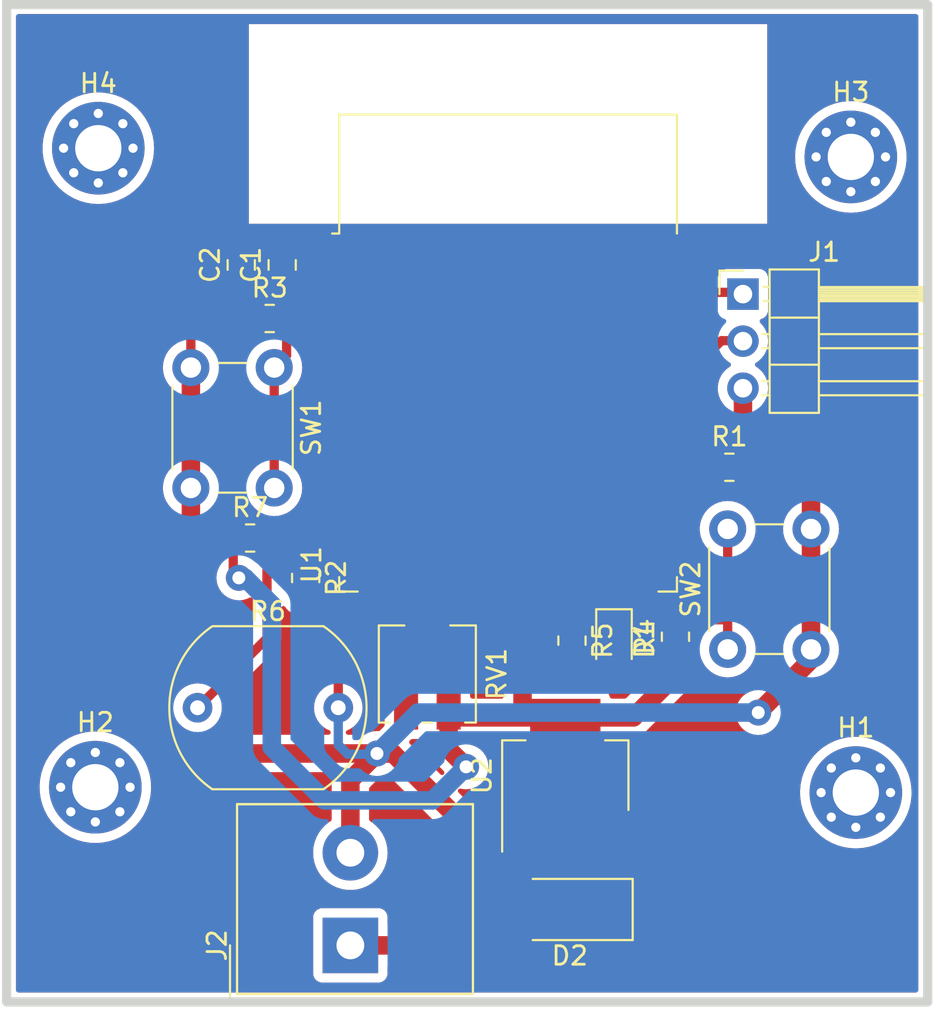
<source format=kicad_pcb>
(kicad_pcb (version 20211014) (generator pcbnew)
  (title_block (title "KiCAD Example") (date "2022-12-14") (rev "v0.0") (company "PT Mencari Cinta Sejati by Achmadi ST MT"))
  (layers (0 "F.Cu" signal) (31 "B.Cu" signal) (34 "B.Paste" user) (35 "F.Paste" user) (36 "B.SilkS" user "B.Silkscreen") (37 "F.SilkS" user "F.Silkscreen") (38 "B.Mask" user) (39 "F.Mask" user) (44 "Edge.Cuts" user))
  (net 0 "")
  (net 1 "VDD")
  (net 2 "GND")
  (net 3 "LED")
  (net 4 "Net-(D1-Pad2)")
  (net 5 "Net-(D2-Pad1)")
  (net 6 "Net-(D2-Pad2)")
  (net 7 "TX0")
  (net 8 "RX0")
  (net 9 "Net-(R1-Pad1)")
  (net 10 "Net-(R2-Pad1)")
  (net 11 "RESET")
  (net 12 "FLASH")
  (net 13 "ADC2_CH6")
  (net 14 "ADC2_CH4")
  (footprint "Resistor_SMD:R_0805_2012Metric" (layer "F.Cu") (at 90.13 62.3125 -90)
    (fp_text reference "R2" (at 0 -1.65 90) (layer "F.SilkS"))
    (fp_text value "0")
    (fp_line (start -0.227064 0.735) (end 0.227064 0.735) (layer "F.SilkS") (width 0.12))
    (fp_line (start -0.227064 -0.735) (end 0.227064 -0.735) (layer "F.SilkS") (width 0.12))
    (pad "1" smd roundrect (at -0.9125 0 270) (size 1.025 1.4) (layers "F.Cu" "F.Paste" "F.Mask") (roundrect_rratio 0.243902439) (net 10 "Net-(R2-Pad1)"))
    (pad "2" smd roundrect (at 0.9125 0 270) (size 1.025 1.4) (layers "F.Cu" "F.Paste" "F.Mask") (roundrect_rratio 0.243902439) (net 2 "GND"))
  )
  (footprint "MountingHole:MountingHole_2.5mm_Pad_Via" (layer "F.Cu") (at 78.77 73.605)
    (fp_text reference "H2" (at 0 -3.5) (layer "F.SilkS"))
    (fp_text value "MountingHole")
    (pad "1" thru_hole circle (at 0 -1.875) (size 0.8 0.8) (drill 0.5) (layers *.Cu *.Mask))
    (pad "1" thru_hole circle (at -1.325825 -1.325825) (size 0.8 0.8) (drill 0.5) (layers *.Cu *.Mask))
    (pad "1" thru_hole circle (at 0 0) (size 5 5) (drill 2.5) (layers *.Cu *.Mask))
    (pad "1" thru_hole circle (at 0 1.875) (size 0.8 0.8) (drill 0.5) (layers *.Cu *.Mask))
    (pad "1" thru_hole circle (at 1.325825 -1.325825) (size 0.8 0.8) (drill 0.5) (layers *.Cu *.Mask))
    (pad "1" thru_hole circle (at -1.875 0) (size 0.8 0.8) (drill 0.5) (layers *.Cu *.Mask))
    (pad "1" thru_hole circle (at 1.875 0) (size 0.8 0.8) (drill 0.5) (layers *.Cu *.Mask))
    (pad "1" thru_hole circle (at 1.325825 1.325825) (size 0.8 0.8) (drill 0.5) (layers *.Cu *.Mask))
    (pad "1" thru_hole circle (at -1.325825 1.325825) (size 0.8 0.8) (drill 0.5) (layers *.Cu *.Mask))
  )
  (footprint "Resistor_SMD:R_0805_2012Metric" (layer "F.Cu") (at 88.1875 48.305)
    (fp_text reference "R3" (at 0 -1.65) (layer "F.SilkS"))
    (fp_text value "10K")
    (fp_line (start -0.227064 0.735) (end 0.227064 0.735) (layer "F.SilkS") (width 0.12))
    (fp_line (start -0.227064 -0.735) (end 0.227064 -0.735) (layer "F.SilkS") (width 0.12))
    (pad "1" smd roundrect (at -0.9125 0) (size 1.025 1.4) (layers "F.Cu" "F.Paste" "F.Mask") (roundrect_rratio 0.243902439) (net 1 "VDD"))
    (pad "2" smd roundrect (at 0.9125 0) (size 1.025 1.4) (layers "F.Cu" "F.Paste" "F.Mask") (roundrect_rratio 0.243902439) (net 11 "RESET"))
  )
  (footprint "Resistor_SMD:R_0805_2012Metric" (layer "F.Cu") (at 113.0125 56.335)
    (fp_text reference "R1" (at 0 -1.65) (layer "F.SilkS"))
    (fp_text value "0")
    (fp_line (start -0.227064 0.735) (end 0.227064 0.735) (layer "F.SilkS") (width 0.12))
    (fp_line (start -0.227064 -0.735) (end 0.227064 -0.735) (layer "F.SilkS") (width 0.12))
    (pad "1" smd roundrect (at -0.9125 0) (size 1.025 1.4) (layers "F.Cu" "F.Paste" "F.Mask") (roundrect_rratio 0.243902439) (net 9 "Net-(R1-Pad1)"))
    (pad "2" smd roundrect (at 0.9125 0) (size 1.025 1.4) (layers "F.Cu" "F.Paste" "F.Mask") (roundrect_rratio 0.243902439) (net 2 "GND"))
  )
  (footprint "OptoDevice:R_LDR_10x8.5mm_P7.6mm_Vertical" (layer "F.Cu") (at 84.29 69.315)
    (fp_text reference "R6" (at 3.8 -5.2) (layer "F.SilkS"))
    (fp_text value "LDR03")
    (fp_line (start 0.8 4.4) (end 6.8 4.4) (layer "F.SilkS") (width 0.12))
    (fp_line (start 0.8 -4.4) (end 6.8 -4.4) (layer "F.SilkS") (width 0.12))
    (fp_arc (start 0.8 4.4) (mid -1.525374 0.019809) (end 0.76735 -4.37756) (layer "F.SilkS") (width 0.12))
    (fp_arc (start 6.8 -4.4) (mid 9.125374 -0.019809) (end 6.83265 4.37756) (layer "F.SilkS") (width 0.12))
    (pad "1" thru_hole circle (at 0 0) (size 1.6 1.6) (drill 0.8) (layers *.Cu *.Mask) (net 13 "ADC2_CH6"))
    (pad "2" thru_hole circle (at 7.6 0) (size 1.6 1.6) (drill 0.8) (layers *.Cu *.Mask) (net 2 "GND"))
  )
  (footprint "Resistor_SMD:R_0805_2012Metric" (layer "F.Cu") (at 104.51 65.6925 -90)
    (fp_text reference "R5" (at 0 -1.65 90) (layer "F.SilkS"))
    (fp_text value "220")
    (fp_line (start -0.227064 0.735) (end 0.227064 0.735) (layer "F.SilkS") (width 0.12))
    (fp_line (start -0.227064 -0.735) (end 0.227064 -0.735) (layer "F.SilkS") (width 0.12))
    (pad "1" smd roundrect (at -0.9125 0 270) (size 1.025 1.4) (layers "F.Cu" "F.Paste" "F.Mask") (roundrect_rratio 0.243902439) (net 1 "VDD"))
    (pad "2" smd roundrect (at 0.9125 0 270) (size 1.025 1.4) (layers "F.Cu" "F.Paste" "F.Mask") (roundrect_rratio 0.243902439) (net 4 "Net-(D1-Pad2)"))
  )
  (footprint "MountingHole:MountingHole_2.5mm_Pad_Via" (layer "F.Cu") (at 78.93 39.115)
    (fp_text reference "H4" (at 0 -3.5) (layer "F.SilkS"))
    (fp_text value "MountingHole")
    (pad "1" thru_hole circle (at -1.325825 -1.325825) (size 0.8 0.8) (drill 0.5) (layers *.Cu *.Mask))
    (pad "1" thru_hole circle (at -1.875 0) (size 0.8 0.8) (drill 0.5) (layers *.Cu *.Mask))
    (pad "1" thru_hole circle (at 0 -1.875) (size 0.8 0.8) (drill 0.5) (layers *.Cu *.Mask))
    (pad "1" thru_hole circle (at 0 1.875) (size 0.8 0.8) (drill 0.5) (layers *.Cu *.Mask))
    (pad "1" thru_hole circle (at 1.875 0) (size 0.8 0.8) (drill 0.5) (layers *.Cu *.Mask))
    (pad "1" thru_hole circle (at 1.325825 1.325825) (size 0.8 0.8) (drill 0.5) (layers *.Cu *.Mask))
    (pad "1" thru_hole circle (at 1.325825 -1.325825) (size 0.8 0.8) (drill 0.5) (layers *.Cu *.Mask))
    (pad "1" thru_hole circle (at -1.325825 1.325825) (size 0.8 0.8) (drill 0.5) (layers *.Cu *.Mask))
    (pad "1" thru_hole circle (at 0 0) (size 5 5) (drill 2.5) (layers *.Cu *.Mask))
  )
  (footprint "Diode_SMD:D_SMA" (layer "F.Cu") (at 104.39 80.205 180)
    (fp_text reference "D2" (at 0 -2.5) (layer "F.SilkS"))
    (fp_text value "D")
    (fp_line (start -3.4 -1.65) (end 2 -1.65) (layer "F.SilkS") (width 0.12))
    (fp_line (start -3.4 1.65) (end 2 1.65) (layer "F.SilkS") (width 0.12))
    (fp_line (start -3.4 -1.65) (end -3.4 1.65) (layer "F.SilkS") (width 0.12))
    (pad "1" smd rect (at -2 0 180) (size 2.5 1.8) (layers "F.Cu" "F.Paste" "F.Mask") (net 5 "Net-(D2-Pad1)"))
    (pad "2" smd rect (at 2 0 180) (size 2.5 1.8) (layers "F.Cu" "F.Paste" "F.Mask") (net 6 "Net-(D2-Pad2)"))
  )
  (footprint "Resistor_SMD:R_0805_2012Metric" (layer "F.Cu") (at 110.1 65.4825 90)
    (fp_text reference "R4" (at 0 -1.65 90) (layer "F.SilkS"))
    (fp_text value "10K")
    (fp_line (start -0.227064 0.735) (end 0.227064 0.735) (layer "F.SilkS") (width 0.12))
    (fp_line (start -0.227064 -0.735) (end 0.227064 -0.735) (layer "F.SilkS") (width 0.12))
    (pad "1" smd roundrect (at -0.9125 0 90) (size 1.025 1.4) (layers "F.Cu" "F.Paste" "F.Mask") (roundrect_rratio 0.243902439) (net 1 "VDD"))
    (pad "2" smd roundrect (at 0.9125 0 90) (size 1.025 1.4) (layers "F.Cu" "F.Paste" "F.Mask") (roundrect_rratio 0.243902439) (net 12 "FLASH"))
  )
  (footprint "LED_SMD:LED_0805_2012Metric" (layer "F.Cu") (at 106.78 65.685 -90)
    (fp_text reference "D1" (at 0 -1.65 90) (layer "F.SilkS"))
    (fp_text value "LED")
    (fp_line (start -1.685 0.96) (end 1 0.96) (layer "F.SilkS") (width 0.12))
    (fp_line (start -1.685 -0.96) (end -1.685 0.96) (layer "F.SilkS") (width 0.12))
    (fp_line (start 1 -0.96) (end -1.685 -0.96) (layer "F.SilkS") (width 0.12))
    (pad "1" smd roundrect (at -0.9375 0 270) (size 0.975 1.4) (layers "F.Cu" "F.Paste" "F.Mask") (net 3 "LED"))
    (pad "2" smd roundrect (at 0.9375 0 270) (size 0.975 1.4) (layers "F.Cu" "F.Paste" "F.Mask") (net 4 "Net-(D1-Pad2)"))
  )
  (footprint "Potentiometer_SMD:Potentiometer_Vishay_TS53YJ_Vertical" (layer "F.Cu") (at 96.7 67.495 -90)
    (fp_text reference "RV1" (at 0 -3.75 90) (layer "F.SilkS"))
    (fp_text value "R_Potentiometer_Trim")
    (fp_line (start -2.62 1.24) (end -2.62 2.62) (layer "F.SilkS") (width 0.12))
    (fp_line (start -2.62 2.62) (end 2.62 2.62) (layer "F.SilkS") (width 0.12))
    (fp_line (start -2.62 -2.62) (end -2.62 -1.24) (layer "F.SilkS") (width 0.12))
    (fp_line (start 2.62 -2.62) (end 2.62 -2.039) (layer "F.SilkS") (width 0.12))
    (fp_line (start 2.62 -0.26) (end 2.62 0.26) (layer "F.SilkS") (width 0.12))
    (fp_line (start -2.62 -2.62) (end 2.62 -2.62) (layer "F.SilkS") (width 0.12))
    (fp_line (start 2.62 2.04) (end 2.62 2.62) (layer "F.SilkS") (width 0.12))
    (pad "1" smd rect (at 2 -1.15 270) (size 2 1.3) (layers "F.Cu" "F.Paste" "F.Mask") (net 1 "VDD"))
    (pad "2" smd rect (at -2 0 270) (size 2 2) (layers "F.Cu" "F.Paste" "F.Mask") (net 14 "ADC2_CH4"))
    (pad "3" smd rect (at 2 1.15 270) (size 2 1.3) (layers "F.Cu" "F.Paste" "F.Mask") (net 2 "GND"))
  )
  (footprint "Capacitor_SMD:C_0805_2012Metric" (layer "F.Cu") (at 88.86 45.415 90)
    (fp_text reference "C1" (at 0 -1.68 90) (layer "F.SilkS"))
    (fp_text value "100nF")
    (fp_line (start -0.261252 -0.735) (end 0.261252 -0.735) (layer "F.SilkS") (width 0.12))
    (fp_line (start -0.261252 0.735) (end 0.261252 0.735) (layer "F.SilkS") (width 0.12))
    (pad "1" smd roundrect (at -0.95 0 90) (size 1 1.45) (layers "F.Cu" "F.Paste" "F.Mask") (net 1 "VDD"))
    (pad "2" smd roundrect (at 0.95 0 90) (size 1 1.45) (layers "F.Cu" "F.Paste" "F.Mask") (net 2 "GND"))
  )
  (footprint "Connector_PinHeader_2.54mm:PinHeader_1x03_P2.54mm_Horizontal" (layer "F.Cu") (at 113.745 46.99)
    (fp_text reference "J1" (at 4.385 -2.27) (layer "F.SilkS"))
    (fp_text value "Conn_01x03_Male")
    (fp_line (start 4.1 2.16) (end 10.1 2.16) (layer "F.SilkS") (width 0.12))
    (fp_line (start 4.1 0.04) (end 10.1 0.04) (layer "F.SilkS") (width 0.12))
    (fp_line (start 10.1 2.16) (end 10.1 2.92) (layer "F.SilkS") (width 0.12))
    (fp_line (start -1.27 0) (end -1.27 -1.27) (layer "F.SilkS") (width 0.12))
    (fp_line (start 1.44 3.81) (end 4.1 3.81) (layer "F.SilkS") (width 0.12))
    (fp_line (start 1.11 -0.38) (end 1.44 -0.38) (layer "F.SilkS") (width 0.12))
    (fp_line (start 4.1 6.41) (end 4.1 -1.33) (layer "F.SilkS") (width 0.12))
    (fp_line (start 4.1 -0.32) (end 10.1 -0.32) (layer "F.SilkS") (width 0.12))
    (fp_line (start 1.44 1.27) (end 4.1 1.27) (layer "F.SilkS") (width 0.12))
    (fp_line (start 10.1 2.92) (end 4.1 2.92) (layer "F.SilkS") (width 0.12))
    (fp_line (start 10.1 0.38) (end 4.1 0.38) (layer "F.SilkS") (width 0.12))
    (fp_line (start 4.1 -1.33) (end 1.44 -1.33) (layer "F.SilkS") (width 0.12))
    (fp_line (start 4.1 0.28) (end 10.1 0.28) (layer "F.SilkS") (width 0.12))
    (fp_line (start 4.1 4.7) (end 10.1 4.7) (layer "F.SilkS") (width 0.12))
    (fp_line (start 1.042929 2.16) (end 1.44 2.16) (layer "F.SilkS") (width 0.12))
    (fp_line (start 1.042929 2.92) (end 1.44 2.92) (layer "F.SilkS") (width 0.12))
    (fp_line (start 1.44 6.41) (end 4.1 6.41) (layer "F.SilkS") (width 0.12))
    (fp_line (start 1.042929 5.46) (end 1.44 5.46) (layer "F.SilkS") (width 0.12))
    (fp_line (start -1.27 -1.27) (end 0 -1.27) (layer "F.SilkS") (width 0.12))
    (fp_line (start 1.042929 4.7) (end 1.44 4.7) (layer "F.SilkS") (width 0.12))
    (fp_line (start 4.1 -0.38) (end 10.1 -0.38) (layer "F.SilkS") (width 0.12))
    (fp_line (start 4.1 -0.08) (end 10.1 -0.08) (layer "F.SilkS") (width 0.12))
    (fp_line (start 1.11 0.38) (end 1.44 0.38) (layer "F.SilkS") (width 0.12))
    (fp_line (start 1.44 -1.33) (end 1.44 6.41) (layer "F.SilkS") (width 0.12))
    (fp_line (start 4.1 -0.2) (end 10.1 -0.2) (layer "F.SilkS") (width 0.12))
    (fp_line (start 10.1 -0.38) (end 10.1 0.38) (layer "F.SilkS") (width 0.12))
    (fp_line (start 4.1 0.16) (end 10.1 0.16) (layer "F.SilkS") (width 0.12))
    (fp_line (start 10.1 5.46) (end 4.1 5.46) (layer "F.SilkS") (width 0.12))
    (fp_line (start 10.1 4.7) (end 10.1 5.46) (layer "F.SilkS") (width 0.12))
    (pad "1" thru_hole rect (at 0 0) (size 1.7 1.7) (drill 1) (layers *.Cu *.Mask) (net 7 "TX0"))
    (pad "2" thru_hole oval (at 0 2.54) (size 1.7 1.7) (drill 1) (layers *.Cu *.Mask) (net 8 "RX0"))
    (pad "3" thru_hole oval (at 0 5.08) (size 1.7 1.7) (drill 1) (layers *.Cu *.Mask) (net 2 "GND"))
  )
  (footprint "MountingHole:MountingHole_2.5mm_Pad_Via" (layer "F.Cu") (at 119.84 73.895)
    (fp_text reference "H1" (at 0 -3.5) (layer "F.SilkS"))
    (fp_text value "MountingHole")
    (pad "1" thru_hole circle (at -1.325825 1.325825) (size 0.8 0.8) (drill 0.5) (layers *.Cu *.Mask))
    (pad "1" thru_hole circle (at 0 -1.875) (size 0.8 0.8) (drill 0.5) (layers *.Cu *.Mask))
    (pad "1" thru_hole circle (at -1.325825 -1.325825) (size 0.8 0.8) (drill 0.5) (layers *.Cu *.Mask))
    (pad "1" thru_hole circle (at 0 0) (size 5 5) (drill 2.5) (layers *.Cu *.Mask))
    (pad "1" thru_hole circle (at 0 1.875) (size 0.8 0.8) (drill 0.5) (layers *.Cu *.Mask))
    (pad "1" thru_hole circle (at 1.325825 -1.325825) (size 0.8 0.8) (drill 0.5) (layers *.Cu *.Mask))
    (pad "1" thru_hole circle (at -1.875 0) (size 0.8 0.8) (drill 0.5) (layers *.Cu *.Mask))
    (pad "1" thru_hole circle (at 1.875 0) (size 0.8 0.8) (drill 0.5) (layers *.Cu *.Mask))
    (pad "1" thru_hole circle (at 1.325825 1.325825) (size 0.8 0.8) (drill 0.5) (layers *.Cu *.Mask))
  )
  (footprint "TerminalBlock_Altech:Altech_AK300_1x02_P5.00mm_45-Degree" (layer "F.Cu") (at 92.5425 82.1425 90)
    (fp_text reference "J2" (at 0 -7.2 90) (layer "F.SilkS"))
    (fp_text value "Conn_01x02_Male")
    (fp_line (start -2.62 6.62) (end 7.62 6.62) (layer "F.SilkS") (width 0.12))
    (fp_line (start -2.62 -6.12) (end 7.62 -6.12) (layer "F.SilkS") (width 0.12))
    (fp_line (start -2.62 6.62) (end 7.62 6.62) (layer "F.SilkS") (width 0.12))
    (fp_line (start 7.62 -6.12) (end 7.62 6.62) (layer "F.SilkS") (width 0.12))
    (fp_line (start -3 -6.5) (end 0 -6.5) (layer "F.SilkS") (width 0.12))
    (fp_line (start -2.62 -6.12) (end 7.62 -6.12) (layer "F.SilkS") (width 0.12))
    (fp_line (start -2.62 -6.12) (end -2.62 6.62) (layer "F.SilkS") (width 0.12))
    (fp_line (start -2.62 -6.12) (end -2.62 6.62) (layer "F.SilkS") (width 0.12))
    (fp_line (start 7.62 -6.12) (end 7.62 6.62) (layer "F.SilkS") (width 0.12))
    (fp_line (start -3 -3.5) (end -3 -6.5) (layer "F.SilkS") (width 0.12))
    (pad "1" thru_hole rect (at 0 0 90) (size 3 3) (drill 1.5) (layers *.Cu *.Mask) (net 6 "Net-(D2-Pad2)"))
    (pad "2" thru_hole circle (at 5 0 90) (size 3 3) (drill 1.5) (layers *.Cu *.Mask) (net 2 "GND"))
  )
  (footprint "Button_Switch_THT:SW_PUSH_6mm" (layer "F.Cu") (at 112.92 66.165 90)
    (fp_text reference "SW2" (at 3.25 -2 90) (layer "F.SilkS"))
    (fp_text value "SW_Push")
    (fp_line (start 1 5.5) (end 5.5 5.5) (layer "F.SilkS") (width 0.12))
    (fp_line (start -0.25 1.5) (end -0.25 3) (layer "F.SilkS") (width 0.12))
    (fp_line (start 5.5 -1) (end 1 -1) (layer "F.SilkS") (width 0.12))
    (fp_line (start 6.75 3) (end 6.75 1.5) (layer "F.SilkS") (width 0.12))
    (pad "1" thru_hole circle (at 0 0 180) (size 2 2) (drill 1.1) (layers *.Cu *.Mask) (net 12 "FLASH"))
    (pad "1" thru_hole circle (at 6.5 0 180) (size 2 2) (drill 1.1) (layers *.Cu *.Mask) (net 12 "FLASH"))
    (pad "2" thru_hole circle (at 6.5 4.5 180) (size 2 2) (drill 1.1) (layers *.Cu *.Mask) (net 2 "GND"))
    (pad "2" thru_hole circle (at 0 4.5 180) (size 2 2) (drill 1.1) (layers *.Cu *.Mask) (net 2 "GND"))
  )
  (footprint "Capacitor_SMD:C_0805_2012Metric" (layer "F.Cu") (at 86.65 45.415 90)
    (fp_text reference "C2" (at 0 -1.68 90) (layer "F.SilkS"))
    (fp_text value "100uF")
    (fp_line (start -0.261252 0.735) (end 0.261252 0.735) (layer "F.SilkS") (width 0.12))
    (fp_line (start -0.261252 -0.735) (end 0.261252 -0.735) (layer "F.SilkS") (width 0.12))
    (pad "1" smd roundrect (at -0.95 0 90) (size 1 1.45) (layers "F.Cu" "F.Paste" "F.Mask") (net 1 "VDD"))
    (pad "2" smd roundrect (at 0.95 0 90) (size 1 1.45) (layers "F.Cu" "F.Paste" "F.Mask") (net 2 "GND"))
  )
  (footprint "Package_TO_SOT_SMD:SOT-223-3_TabPin2" (layer "F.Cu") (at 104.15 72.985 90)
    (fp_text reference "U2" (at 0 -4.5 90) (layer "F.SilkS"))
    (fp_text value "AMS1117-3.3")
    (fp_line (start -1.85 3.41) (end 1.91 3.41) (layer "F.SilkS") (width 0.12))
    (fp_line (start -4.1 -3.41) (end 1.91 -3.41) (layer "F.SilkS") (width 0.12))
    (fp_line (start 1.91 3.41) (end 1.91 2.15) (layer "F.SilkS") (width 0.12))
    (fp_line (start 1.91 -3.41) (end 1.91 -2.15) (layer "F.SilkS") (width 0.12))
    (pad "1" smd rect (at -3.15 -2.3 90) (size 2 1.5) (layers "F.Cu" "F.Paste" "F.Mask") (net 2 "GND"))
    (pad "2" smd rect (at -3.15 0 90) (size 2 1.5) (layers "F.Cu" "F.Paste" "F.Mask") (net 1 "VDD"))
    (pad "2" smd rect (at 3.15 0 90) (size 2 3.8) (layers "F.Cu" "F.Paste" "F.Mask") (net 1 "VDD"))
    (pad "3" smd rect (at -3.15 2.3 90) (size 2 1.5) (layers "F.Cu" "F.Paste" "F.Mask") (net 5 "Net-(D2-Pad1)"))
  )
  (footprint "MountingHole:MountingHole_2.5mm_Pad_Via" (layer "F.Cu") (at 119.57 39.585)
    (fp_text reference "H3" (at 0 -3.5) (layer "F.SilkS"))
    (fp_text value "MountingHole")
    (pad "1" thru_hole circle (at 0 -1.875) (size 0.8 0.8) (drill 0.5) (layers *.Cu *.Mask))
    (pad "1" thru_hole circle (at -1.875 0) (size 0.8 0.8) (drill 0.5) (layers *.Cu *.Mask))
    (pad "1" thru_hole circle (at 1.325825 1.325825) (size 0.8 0.8) (drill 0.5) (layers *.Cu *.Mask))
    (pad "1" thru_hole circle (at 0 1.875) (size 0.8 0.8) (drill 0.5) (layers *.Cu *.Mask))
    (pad "1" thru_hole circle (at -1.325825 -1.325825) (size 0.8 0.8) (drill 0.5) (layers *.Cu *.Mask))
    (pad "1" thru_hole circle (at 1.875 0) (size 0.8 0.8) (drill 0.5) (layers *.Cu *.Mask))
    (pad "1" thru_hole circle (at 0 0) (size 5 5) (drill 2.5) (layers *.Cu *.Mask))
    (pad "1" thru_hole circle (at -1.325825 1.325825) (size 0.8 0.8) (drill 0.5) (layers *.Cu *.Mask))
    (pad "1" thru_hole circle (at 1.325825 -1.325825) (size 0.8 0.8) (drill 0.5) (layers *.Cu *.Mask))
  )
  (footprint "Resistor_SMD:R_0805_2012Metric" (layer "F.Cu") (at 87.13 60.155)
    (fp_text reference "R7" (at 0 -1.65) (layer "F.SilkS"))
    (fp_text value "10K")
    (fp_line (start -0.227064 0.735) (end 0.227064 0.735) (layer "F.SilkS") (width 0.12))
    (fp_line (start -0.227064 -0.735) (end 0.227064 -0.735) (layer "F.SilkS") (width 0.12))
    (pad "1" smd roundrect (at -0.9125 0) (size 1.025 1.4) (layers "F.Cu" "F.Paste" "F.Mask") (roundrect_rratio 0.243902439) (net 1 "VDD"))
    (pad "2" smd roundrect (at 0.9125 0) (size 1.025 1.4) (layers "F.Cu" "F.Paste" "F.Mask") (roundrect_rratio 0.243902439) (net 13 "ADC2_CH6"))
  )
  (footprint "Button_Switch_THT:SW_PUSH_6mm" (layer "F.Cu") (at 88.43 50.955 -90)
    (fp_text reference "SW1" (at 3.25 -2 90) (layer "F.SilkS"))
    (fp_text value "SW_Push")
    (fp_line (start 1 5.5) (end 5.5 5.5) (layer "F.SilkS") (width 0.12))
    (fp_line (start 5.5 -1) (end 1 -1) (layer "F.SilkS") (width 0.12))
    (fp_line (start -0.25 1.5) (end -0.25 3) (layer "F.SilkS") (width 0.12))
    (fp_line (start 6.75 3) (end 6.75 1.5) (layer "F.SilkS") (width 0.12))
    (pad "1" thru_hole circle (at 0 0) (size 2 2) (drill 1.1) (layers *.Cu *.Mask) (net 11 "RESET"))
    (pad "1" thru_hole circle (at 6.5 0) (size 2 2) (drill 1.1) (layers *.Cu *.Mask) (net 11 "RESET"))
    (pad "2" thru_hole circle (at 6.5 4.5) (size 2 2) (drill 1.1) (layers *.Cu *.Mask) (net 2 "GND"))
    (pad "2" thru_hole circle (at 0 4.5) (size 2 2) (drill 1.1) (layers *.Cu *.Mask) (net 2 "GND"))
  )
  (footprint "RF_Module:ESP32-WROOM-32" (layer "F.Cu") (at 101.06 53.165)
    (fp_text reference "U1" (at -10.61 8.43 90) (layer "F.SilkS"))
    (fp_text value "ESP32-WROOM-32")
    (fp_line (start -9.12 -15.865) (end 9.12 -15.865) (layer "F.SilkS") (width 0.12))
    (fp_line (start -9.12 9.88) (end -8.12 9.88) (layer "F.SilkS") (width 0.12))
    (fp_line (start 9.12 9.88) (end 8.12 9.88) (layer "F.SilkS") (width 0.12))
    (fp_line (start -9.12 9.1) (end -9.12 9.88) (layer "F.SilkS") (width 0.12))
    (fp_line (start -9.12 -9.445) (end -9.5 -9.445) (layer "F.SilkS") (width 0.12))
    (fp_line (start 9.12 -15.865) (end 9.12 -9.445) (layer "F.SilkS") (width 0.12))
    (fp_line (start 9.12 9.1) (end 9.12 9.88) (layer "F.SilkS") (width 0.12))
    (fp_line (start -9.12 -15.865) (end -9.12 -9.445) (layer "F.SilkS") (width 0.12))
    (pad "1" smd rect (at -8.5 -8.255) (size 2 0.9) (layers "F.Cu" "F.Paste" "F.Mask") (net 2 "GND"))
    (pad "2" smd rect (at -8.5 -6.985) (size 2 0.9) (layers "F.Cu" "F.Paste" "F.Mask") (net 1 "VDD"))
    (pad "3" smd rect (at -8.5 -5.715) (size 2 0.9) (layers "F.Cu" "F.Paste" "F.Mask") (net 11 "RESET"))
    (pad "4" smd rect (at -8.5 -4.445) (size 2 0.9) (layers "F.Cu" "F.Paste" "F.Mask"))
    (pad "5" smd rect (at -8.5 -3.175) (size 2 0.9) (layers "F.Cu" "F.Paste" "F.Mask"))
    (pad "6" smd rect (at -8.5 -1.905) (size 2 0.9) (layers "F.Cu" "F.Paste" "F.Mask"))
    (pad "7" smd rect (at -8.5 -0.635) (size 2 0.9) (layers "F.Cu" "F.Paste" "F.Mask"))
    (pad "8" smd rect (at -8.5 0.635) (size 2 0.9) (layers "F.Cu" "F.Paste" "F.Mask"))
    (pad "9" smd rect (at -8.5 1.905) (size 2 0.9) (layers "F.Cu" "F.Paste" "F.Mask"))
    (pad "10" smd rect (at -8.5 3.175) (size 2 0.9) (layers "F.Cu" "F.Paste" "F.Mask"))
    (pad "11" smd rect (at -8.5 4.445) (size 2 0.9) (layers "F.Cu" "F.Paste" "F.Mask"))
    (pad "12" smd rect (at -8.5 5.715) (size 2 0.9) (layers "F.Cu" "F.Paste" "F.Mask"))
    (pad "13" smd rect (at -8.5 6.985) (size 2 0.9) (layers "F.Cu" "F.Paste" "F.Mask") (net 13 "ADC2_CH6"))
    (pad "14" smd rect (at -8.5 8.255) (size 2 0.9) (layers "F.Cu" "F.Paste" "F.Mask") (net 10 "Net-(R2-Pad1)"))
    (pad "15" smd rect (at -5.715 9.255 90) (size 2 0.9) (layers "F.Cu" "F.Paste" "F.Mask") (net 2 "GND"))
    (pad "16" smd rect (at -4.445 9.255 90) (size 2 0.9) (layers "F.Cu" "F.Paste" "F.Mask") (net 14 "ADC2_CH4"))
    (pad "17" smd rect (at -3.175 9.255 90) (size 2 0.9) (layers "F.Cu" "F.Paste" "F.Mask"))
    (pad "18" smd rect (at -1.905 9.255 90) (size 2 0.9) (layers "F.Cu" "F.Paste" "F.Mask"))
    (pad "19" smd rect (at -0.635 9.255 90) (size 2 0.9) (layers "F.Cu" "F.Paste" "F.Mask"))
    (pad "20" smd rect (at 0.635 9.255 90) (size 2 0.9) (layers "F.Cu" "F.Paste" "F.Mask"))
    (pad "21" smd rect (at 1.905 9.255 90) (size 2 0.9) (layers "F.Cu" "F.Paste" "F.Mask"))
    (pad "22" smd rect (at 3.175 9.255 90) (size 2 0.9) (layers "F.Cu" "F.Paste" "F.Mask"))
    (pad "23" smd rect (at 4.445 9.255 90) (size 2 0.9) (layers "F.Cu" "F.Paste" "F.Mask"))
    (pad "24" smd rect (at 5.715 9.255 90) (size 2 0.9) (layers "F.Cu" "F.Paste" "F.Mask") (net 3 "LED"))
    (pad "25" smd rect (at 8.5 8.255) (size 2 0.9) (layers "F.Cu" "F.Paste" "F.Mask") (net 12 "FLASH"))
    (pad "26" smd rect (at 8.5 6.985) (size 2 0.9) (layers "F.Cu" "F.Paste" "F.Mask"))
    (pad "27" smd rect (at 8.5 5.715) (size 2 0.9) (layers "F.Cu" "F.Paste" "F.Mask"))
    (pad "28" smd rect (at 8.5 4.445) (size 2 0.9) (layers "F.Cu" "F.Paste" "F.Mask"))
    (pad "29" smd rect (at 8.5 3.175) (size 2 0.9) (layers "F.Cu" "F.Paste" "F.Mask") (net 9 "Net-(R1-Pad1)"))
    (pad "30" smd rect (at 8.5 1.905) (size 2 0.9) (layers "F.Cu" "F.Paste" "F.Mask"))
    (pad "31" smd rect (at 8.5 0.635) (size 2 0.9) (layers "F.Cu" "F.Paste" "F.Mask"))
    (pad "32" smd rect (at 8.5 -0.635) (size 2 0.9) (layers "F.Cu" "F.Paste" "F.Mask"))
    (pad "33" smd rect (at 8.5 -1.905) (size 2 0.9) (layers "F.Cu" "F.Paste" "F.Mask"))
    (pad "34" smd rect (at 8.5 -3.175) (size 2 0.9) (layers "F.Cu" "F.Paste" "F.Mask") (net 8 "RX0"))
    (pad "35" smd rect (at 8.5 -4.445) (size 2 0.9) (layers "F.Cu" "F.Paste" "F.Mask") (net 7 "TX0"))
    (pad "36" smd rect (at 8.5 -5.715) (size 2 0.9) (layers "F.Cu" "F.Paste" "F.Mask"))
    (pad "37" smd rect (at 8.5 -6.985) (size 2 0.9) (layers "F.Cu" "F.Paste" "F.Mask"))
    (pad "38" smd rect (at 8.5 -8.255) (size 2 0.9) (layers "F.Cu" "F.Paste" "F.Mask") (net 2 "GND"))
    (pad "39" smd rect (at -1 -0.755) (size 5 5) (layers "F.Cu" "F.Paste" "F.Mask") (net 2 "GND"))
    (zone (net 0) (net_name "") (layers *.Cu) (connect_pads (clearance 0)) (min_thickness 0.254)
      (keepout (tracks not_allowed) (vias not_allowed) (pads not_allowed) (copperpour not_allowed) (footprints not_allowed))
      (fill (thermal_gap 0.508) (thermal_bridge_width 0.508))
      (polygon (pts (xy 87.06 43.195) (xy 115.06 43.195) (xy 115.06 32.415) (xy 87.06 32.415)))
    )
  )
  (gr_rect (start 73.98 31.365) (end 123.72 85.195) (layer "Edge.Cuts") (width 0.5) (fill none))
  (segment (start 110.1 67.565) (end 107.83 69.835) (width 1) (layer "F.Cu") (net 1))
  (segment (start 87.275 48.71) (end 86.2175 49.7675) (width 0.5) (layer "F.Cu") (net 1))
  (segment (start 89.465 46.18) (end 89.045 46.18) (width 0.5) (layer "F.Cu") (net 1))
  (segment (start 110.1 66.395) (end 110.1 67.565) (width 1) (layer "F.Cu") (net 1))
  (segment (start 92.56 46.18) (end 89.465 46.18) (width 0.5) (layer "F.Cu") (net 1))
  (segment (start 87.275 46.99) (end 86.65 46.365) (width 0.5) (layer "F.Cu") (net 1))
  (segment (start 87.275 48.305) (end 87.275 46.99) (width 0.5) (layer "F.Cu") (net 1))
  (segment (start 104.51 64.78) (end 103.105 64.78) (width 1) (layer "F.Cu") (net 1))
  (segment (start 103.105 64.78) (end 101.84 66.045) (width 1) (layer "F.Cu") (net 1))
  (segment (start 101.84 69.835) (end 98.19 69.835) (width 1) (layer "F.Cu") (net 1))
  (segment (start 107.83 69.835) (end 104.15 69.835) (width 1) (layer "F.Cu") (net 1))
  (segment (start 87.275 48.305) (end 87.275 48.71) (width 0.5) (layer "F.Cu") (net 1))
  (segment (start 86.2175 62.0025) (end 86.52 62.305) (width 0.5) (layer "F.Cu") (net 1))
  (segment (start 104.15 69.835) (end 104.15 76.135) (width 1) (layer "F.Cu") (net 1))
  (segment (start 86.2175 60.155) (end 86.2175 62.0025) (width 0.5) (layer "F.Cu") (net 1))
  (segment (start 89.045 46.18) (end 88.86 46.365) (width 0.5) (layer "F.Cu") (net 1))
  (segment (start 101.84 66.045) (end 101.84 69.835) (width 1) (layer "F.Cu") (net 1))
  (segment (start 86.2175 49.7675) (end 86.2175 60.155) (width 0.5) (layer "F.Cu") (net 1))
  (segment (start 97.85 71.565) (end 98.79 72.505) (width 1) (layer "F.Cu") (net 1))
  (segment (start 104.15 69.835) (end 101.84 69.835) (width 1) (layer "F.Cu") (net 1))
  (segment (start 97.85 69.495) (end 97.85 71.565) (width 1) (layer "F.Cu") (net 1))
  (segment (start 86.835 46.18) (end 86.65 46.365) (width 0.5) (layer "F.Cu") (net 1))
  (segment (start 98.19 69.835) (end 97.85 69.495) (width 1) (layer "F.Cu") (net 1))
  (segment (start 89.465 46.18) (end 86.835 46.18) (width 0.5) (layer "F.Cu") (net 1))
  (via (at 98.79 72.505) (size 1.4) (drill 0.7) (layers "F.Cu" "B.Cu") (net 1))
  (via (at 86.52 62.305) (size 1.4) (drill 0.7) (layers "F.Cu" "B.Cu") (net 1))
  (segment (start 98.79 72.505) (end 96.98 74.315) (width 1) (layer "B.Cu") (net 1))
  (segment (start 88.3 63.745) (end 86.86 62.305) (width 1) (layer "B.Cu") (net 1))
  (segment (start 86.86 62.305) (end 86.52 62.305) (width 1) (layer "B.Cu") (net 1))
  (segment (start 88.3 71.455) (end 88.3 63.745) (width 1) (layer "B.Cu") (net 1))
  (segment (start 91.16 74.315) (end 88.3 71.455) (width 1) (layer "B.Cu") (net 1))
  (segment (start 96.98 74.315) (end 91.16 74.315) (width 1) (layer "B.Cu") (net 1))
  (segment (start 117.42 66.725) (end 114.57 69.575) (width 1) (layer "F.Cu") (net 2))
  (segment (start 99.2 76.135) (end 94.85 71.785) (width 1) (layer "F.Cu") (net 2))
  (segment (start 90.25 63.105) (end 90.13 63.225) (width 0.5) (layer "F.Cu") (net 2))
  (segment (start 117.46 56.865) (end 117.42 56.905) (width 1) (layer "F.Cu") (net 2))
  (segment (start 90.3 44.465) (end 88.86 44.465) (width 0.5) (layer "F.Cu") (net 2))
  (segment (start 94.85 71.785) (end 93.98 71.785) (width 1) (layer "F.Cu") (net 2))
  (segment (start 83.93 46.165) (end 83.93 50.955) (width 0.5) (layer "F.Cu") (net 2))
  (segment (start 85.63 44.465) (end 83.93 46.165) (width 0.5) (layer "F.Cu") (net 2))
  (segment (start 100.06 52.41) (end 100.06 45.095) (width 1) (layer "F.Cu") (net 2))
  (segment (start 101.85 76.135) (end 99.2 76.135) (width 1) (layer "F.Cu") (net 2))
  (segment (start 92.51 64.255) (end 91.66 63.405) (width 0.5) (layer "F.Cu") (net 2))
  (segment (start 83.93 60.485) (end 82.02 62.395) (width 1) (layer "F.Cu") (net 2))
  (segment (start 116.93 56.335) (end 117.46 56.865) (width 1) (layer "F.Cu") (net 2))
  (segment (start 95.55 70.215) (end 93.98 71.785) (width 0.5) (layer "F.Cu") (net 2))
  (segment (start 95.345 63.19) (end 94.28 64.255) (width 0.5) (layer "F.Cu") (net 2))
  (segment (start 100.06 45.095) (end 100.245 44.91) (width 1) (layer "F.Cu") (net 2))
  (segment (start 86.65 44.465) (end 85.63 44.465) (width 0.5) (layer "F.Cu") (net 2))
  (segment (start 113.925 56.335) (end 116.93 56.335) (width 1) (layer "F.Cu") (net 2))
  (segment (start 100.245 44.91) (end 109.56 44.91) (width 0.5) (layer "F.Cu") (net 2))
  (segment (start 92.56 44.91) (end 100.245 44.91) (width 0.5) (layer "F.Cu") (net 2))
  (segment (start 92.5425 77.1425) (end 92.5425 73.2225) (width 1) (layer "F.Cu") (net 2))
  (segment (start 91.66 63.105) (end 90.25 63.105) (width 0.5) (layer "F.Cu") (net 2))
  (segment (start 95.55 69.495) (end 95.55 70.215) (width 0.5) (layer "F.Cu") (net 2))
  (segment (start 90.745 44.91) (end 90.3 44.465) (width 0.5) (layer "F.Cu") (net 2))
  (segment (start 82.02 71.205) (end 82.6 71.785) (width 1) (layer "F.Cu") (net 2))
  (segment (start 117.42 66.165) (end 117.42 66.725) (width 1) (layer "F.Cu") (net 2))
  (segment (start 113.745 52.07) (end 113.745 56.155) (width 1) (layer "F.Cu") (net 2))
  (segment (start 92.5425 73.2225) (end 93.98 71.785) (width 1) (layer "F.Cu") (net 2))
  (segment (start 88.86 44.465) (end 86.65 44.465) (width 0.5) (layer "F.Cu") (net 2))
  (segment (start 82.6 71.785) (end 93.98 71.785) (width 1) (layer "F.Cu") (net 2))
  (segment (start 91.89 64.875) (end 91.89 69.315) (width 0.5) (layer "F.Cu") (net 2))
  (segment (start 117.42 56.905) (end 117.42 59.665) (width 1) (layer "F.Cu") (net 2))
  (segment (start 82.02 62.395) (end 82.02 71.205) (width 1) (layer "F.Cu") (net 2))
  (segment (start 83.93 57.455) (end 83.93 60.485) (width 1) (layer "F.Cu") (net 2))
  (segment (start 83.93 50.955) (end 83.93 57.455) (width 1) (layer "F.Cu") (net 2))
  (segment (start 94.28 64.255) (end 92.51 64.255) (width 0.5) (layer "F.Cu") (net 2))
  (segment (start 91.66 63.405) (end 91.66 63.105) (width 0.5) (layer "F.Cu") (net 2))
  (segment (start 113.745 56.155) (end 113.925 56.335) (width 1) (layer "F.Cu") (net 2))
  (segment (start 117.42 59.665) (end 117.42 66.165) (width 1) (layer "F.Cu") (net 2))
  (segment (start 92.51 64.255) (end 91.89 64.875) (width 0.5) (layer "F.Cu") (net 2))
  (segment (start 95.345 62.42) (end 95.345 63.19) (width 0.5) (layer "F.Cu") (net 2))
  (segment (start 92.56 44.91) (end 90.745 44.91) (width 0.5) (layer "F.Cu") (net 2))
  (via (at 114.57 69.575) (size 1.4) (drill 0.7) (layers "F.Cu" "B.Cu") (net 2))
  (via (at 93.98 71.785) (size 1.4) (drill 0.7) (layers "F.Cu" "B.Cu") (net 2))
  (segment (start 92.4 71.825) (end 91.89 71.315) (width 0.5) (layer "B.Cu") (net 2))
  (segment (start 114.57 69.575) (end 96.19 69.575) (width 1) (layer "B.Cu") (net 2))
  (segment (start 91.89 71.315) (end 91.89 69.315) (width 0.5) (layer "B.Cu") (net 2))
  (segment (start 93.98 71.785) (end 93.94 71.825) (width 0.5) (layer "B.Cu") (net 2))
  (segment (start 93.94 71.825) (end 92.4 71.825) (width 0.5) (layer "B.Cu") (net 2))
  (segment (start 96.19 69.575) (end 93.98 71.785) (width 1) (layer "B.Cu") (net 2))
  (segment (start 106.78 64.7475) (end 106.78 62.425) (width 0.5) (layer "F.Cu") (net 3))
  (segment (start 106.78 62.425) (end 106.775 62.42) (width 0.5) (layer "F.Cu") (net 3))
  (segment (start 106.78 66.6225) (end 104.5275 66.6225) (width 0.5) (layer "F.Cu") (net 4))
  (segment (start 104.5275 66.6225) (end 104.51 66.605) (width 0.5) (layer "F.Cu") (net 4))
  (segment (start 106.45 80.145) (end 106.39 80.205) (width 1) (layer "F.Cu") (net 5))
  (segment (start 106.45 76.135) (end 106.45 80.145) (width 1) (layer "F.Cu") (net 5))
  (segment (start 92.5425 82.1425) (end 100.4525 82.1425) (width 1) (layer "F.Cu") (net 6))
  (segment (start 100.4525 82.1425) (end 102.39 80.205) (width 1) (layer "F.Cu") (net 6))
  (segment (start 112.08 48.225) (end 112.08 47.115) (width 0.5) (layer "F.Cu") (net 7))
  (segment (start 109.56 48.72) (end 111.585 48.72) (width 0.5) (layer "F.Cu") (net 7))
  (segment (start 112.08 47.115) (end 112.3 46.895) (width 0.5) (layer "F.Cu") (net 7))
  (segment (start 111.585 48.72) (end 112.08 48.225) (width 0.5) (layer "F.Cu") (net 7))
  (segment (start 112.3 46.895) (end 113.65 46.895) (width 0.5) (layer "F.Cu") (net 7))
  (segment (start 113.65 46.895) (end 113.745 46.99) (width 0.5) (layer "F.Cu") (net 7))
  (segment (start 112.095 49.99) (end 112.58 49.505) (width 0.5) (layer "F.Cu") (net 8))
  (segment (start 113.72 49.505) (end 113.745 49.53) (width 0.5) (layer "F.Cu") (net 8))
  (segment (start 112.58 49.505) (end 113.72 49.505) (width 0.5) (layer "F.Cu") (net 8))
  (segment (start 109.56 49.99) (end 112.095 49.99) (width 0.5) (layer "F.Cu") (net 8))
  (segment (start 112.1 56.335) (end 109.565 56.335) (width 0.5) (layer "F.Cu") (net 9))
  (segment (start 109.565 56.335) (end 109.56 56.34) (width 0.5) (layer "F.Cu") (net 9))
  (segment (start 92.56 61.42) (end 90.15 61.42) (width 0.5) (layer "F.Cu") (net 10))
  (segment (start 90.15 61.42) (end 90.13 61.4) (width 0.5) (layer "F.Cu") (net 10))
  (segment (start 90.18 48.305) (end 89.1 48.305) (width 0.5) (layer "F.Cu") (net 11))
  (segment (start 92.56 47.45) (end 91.035 47.45) (width 0.5) (layer "F.Cu") (net 11))
  (segment (start 88.43 50.955) (end 88.43 57.455) (width 0.5) (layer "F.Cu") (net 11))
  (segment (start 89.1 48.305) (end 89.1 50.285) (width 0.5) (layer "F.Cu") (net 11))
  (segment (start 89.1 50.285) (end 88.43 50.955) (width 0.5) (layer "F.Cu") (net 11))
  (segment (start 91.035 47.45) (end 90.18 48.305) (width 0.5) (layer "F.Cu") (net 11))
  (segment (start 112.92 59.665) (end 112.92 63.595) (width 0.5) (layer "F.Cu") (net 12))
  (segment (start 112.92 63.595) (end 112.92 64.545) (width 0.5) (layer "F.Cu") (net 12))
  (segment (start 112.92 64.545) (end 112.92 66.165) (width 0.5) (layer "F.Cu") (net 12))
  (segment (start 112.895 64.57) (end 112.92 64.545) (width 0.5) (layer "F.Cu") (net 12))
  (segment (start 109.56 61.42) (end 110.745 61.42) (width 0.5) (layer "F.Cu") (net 12))
  (segment (start 110.745 61.42) (end 112.92 63.595) (width 0.5) (layer "F.Cu") (net 12))
  (segment (start 110.1 64.57) (end 112.895 64.57) (width 0.5) (layer "F.Cu") (net 12))
  (segment (start 92.56 60.15) (end 88.0475 60.15) (width 0.5) (layer "F.Cu") (net 13))
  (segment (start 84.29 69.315) (end 88.04 65.565) (width 0.5) (layer "F.Cu") (net 13))
  (segment (start 88.04 65.565) (end 88.04 60.1575) (width 0.5) (layer "F.Cu") (net 13))
  (segment (start 88.0475 60.15) (end 88.0425 60.155) (width 0.5) (layer "F.Cu") (net 13))
  (segment (start 88.04 60.1575) (end 88.0425 60.155) (width 0.5) (layer "F.Cu") (net 13))
  (segment (start 96.615 62.42) (end 96.615 65.41) (width 0.5) (layer "F.Cu") (net 14))
  (segment (start 96.615 65.41) (end 96.7 65.495) (width 0.5) (layer "F.Cu") (net 14))
  (zone (net 0) (net_name "") (layers F&B.Cu) (connect_pads (clearance 0.508)) (min_thickness 0.254) (fill yes (thermal_gap 0.508) (thermal_bridge_width 0.508))
    (polygon (pts (xy 123.9 85.345) (xy 73.9 85.235) (xy 73.94 31.485) (xy 123.76 31.335)))
  )
)
</source>
